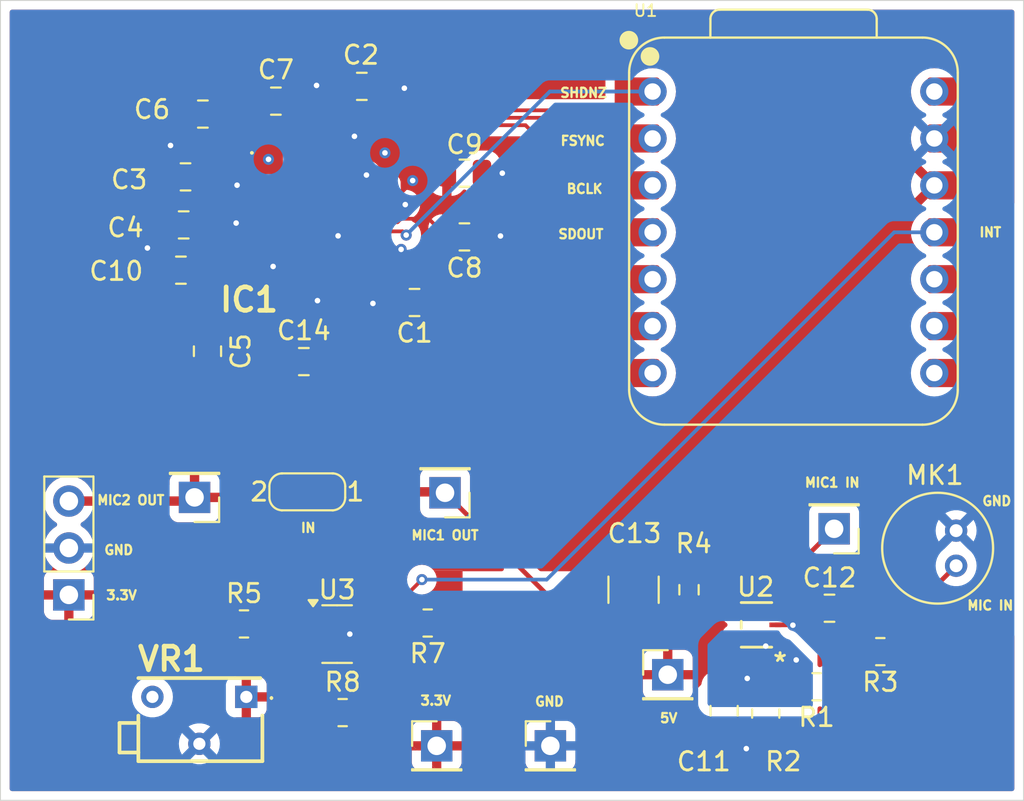
<source format=kicad_pcb>
(kicad_pcb (version 20240108) (generator "pcbnew") (generator_version "8.0")
  (layers (0 "F.Cu" signal) (31 "B.Cu" signal) (34 "B.Paste" user) (35 "F.Paste" user) (36 "B.SilkS" user "B.Silkscreen") (37 "F.SilkS" user "F.Silkscreen") (38 "B.Mask" user) (39 "F.Mask" user) (44 "Edge.Cuts" user))
  (net 0 "")
  (net 1 "GND")
  (net 2 "/AREG")
  (net 3 "Net-(IC1-IN1P)")
  (net 4 "MIC1_OUT")
  (net 5 "/DREG")
  (net 6 "Net-(IC1-VREF)")
  (net 7 "MIC_IN")
  (net 8 "Net-(IC1-IN2P)")
  (net 9 "MIC2_OUT")
  (net 11 "SDOUT")
  (net 12 "MICBIAS")
  (net 13 "FSYNC")
  (net 14 "SHDNZ")
  (net 16 "BCLK")
  (net 19 "+3.3V")
  (net 20 "+5V")
  (net 21 "INT")
  (net 29 "IN")
  (net 31 "/MIC")
  (net 32 "VA")
  (net 33 "/IN+")
  (footprint "Capacitor_SMD:C_0805_2012Metric_Pad1.18x1.45mm_HandSolder" (layer "F.Cu") (at 109.35 79.25 180)
    (property "Reference" "C2" (at 0.05 1.7 0) (layer "F.SilkS"))
    (property "Value" "1uF" (hide yes))
    (pad "1" smd roundrect (at -1.0375 0 180) (size 1.175 1.45) (layers "F.Cu" "F.Paste" "F.Mask") (roundrect_rratio 0.212766) (net 1 "GND"))
    (pad "2" smd roundrect (at 1.0375 0 180) (size 1.175 1.45) (layers "F.Cu" "F.Paste" "F.Mask") (roundrect_rratio 0.212766) (net 19 "+3.3V"))
  )
  (footprint "Capacitor_SMD:C_0805_2012Metric" (layer "F.Cu") (at 112.2 90.95)
    (property "Reference" "C1" (at 0 1.65 0) (layer "F.SilkS"))
    (property "Value" "0.1uF" (hide yes))
    (pad "1" smd roundrect (at -0.95 0) (size 1 1.45) (layers "F.Cu" "F.Paste" "F.Mask") (net 1 "GND"))
    (pad "2" smd roundrect (at 0.95 0) (size 1 1.45) (layers "F.Cu" "F.Paste" "F.Mask") (net 19 "+3.3V"))
  )
  (footprint "Capacitor_SMD:C_0805_2012Metric_Pad1.18x1.45mm_HandSolder" (layer "F.Cu") (at 128.95 113.05 90)
    (property "Reference" "C11" (at -2.75 -1.1 0) (layer "F.SilkS"))
    (property "Value" "3.3u" (hide yes))
    (pad "1" smd roundrect (at -1.0375 0 90) (size 1.175 1.45) (layers "F.Cu" "F.Paste" "F.Mask") (roundrect_rratio 0.212766) (net 1 "GND"))
    (pad "2" smd roundrect (at 1.0375 0 90) (size 1.175 1.45) (layers "F.Cu" "F.Paste" "F.Mask") (roundrect_rratio 0.212766) (net 33 "/IN+"))
  )
  (footprint "footprints:PCM1841QRGERQ1" (layer "F.Cu") (at 106.95 86.35)
    (property "Reference" "IC1" (at -3.7 4.45 0) (layer "F.SilkS") (effects (font (size 1.27 1.27) (thickness 0.254))))
    (property "Value" "PCM1841QRGERQ1" (hide yes))
    (pad "1" smd rect (at -2.8 -1.25 90) (size 0.24 2.4) (layers "F.Cu" "F.Paste" "F.Mask") (net 19 "+3.3V"))
    (pad "2" smd rect (at -2.8 -0.75 90) (size 0.24 2.4) (layers "F.Cu" "F.Paste" "F.Mask") (net 2 "/AREG"))
    (pad "3" smd rect (at -2.8 -0.25 90) (size 0.24 2.4) (layers "F.Cu" "F.Paste" "F.Mask") (net 6 "Net-(IC1-VREF)"))
    (pad "4" smd rect (at -2.8 0.25 90) (size 0.24 2.4) (layers "F.Cu" "F.Paste" "F.Mask") (net 1 "GND"))
    (pad "5" smd rect (at -2.8 0.75 90) (size 0.24 2.4) (layers "F.Cu" "F.Paste" "F.Mask") (net 12 "MICBIAS"))
    (pad "6" smd rect (at -2.8 1.25 90) (size 0.24 2.4) (layers "F.Cu" "F.Paste" "F.Mask") (net 3 "Net-(IC1-IN1P)"))
    (pad "7" smd rect (at -1.25 2.8) (size 0.24 2.4) (layers "F.Cu" "F.Paste" "F.Mask") (net 1 "GND"))
    (pad "8" smd rect (at -0.75 2.8) (size 0.24 2.4) (layers "F.Cu" "F.Paste" "F.Mask") (net 8 "Net-(IC1-IN2P)"))
    (pad "9" smd rect (at -0.25 2.8) (size 0.24 2.4) (layers "F.Cu" "F.Paste" "F.Mask") (net 1 "GND"))
    (pad "10" smd rect (at 0.25 2.8) (size 0.24 2.4) (layers "F.Cu" "F.Paste" "F.Mask"))
    (pad "11" smd rect (at 0.75 2.8) (size 0.24 2.4) (layers "F.Cu" "F.Paste" "F.Mask"))
    (pad "12" smd rect (at 1.25 2.8) (size 0.24 2.4) (layers "F.Cu" "F.Paste" "F.Mask"))
    (pad "13" smd rect (at 2.8 1.25 90) (size 0.24 2.4) (layers "F.Cu" "F.Paste" "F.Mask"))
    (pad "14" smd rect (at 2.8 0.75 90) (size 0.24 2.4) (layers "F.Cu" "F.Paste" "F.Mask") (net 14 "SHDNZ"))
    (pad "15" smd rect (at 2.8 0.25 90) (size 0.24 2.4) (layers "F.Cu" "F.Paste" "F.Mask") (net 19 "+3.3V"))
    (pad "16" smd rect (at 2.8 -0.25 90) (size 0.24 2.4) (layers "F.Cu" "F.Paste" "F.Mask") (net 19 "+3.3V"))
    (pad "17" smd rect (at 2.8 -0.75 90) (size 0.24 2.4) (layers "F.Cu" "F.Paste" "F.Mask") (net 1 "GND"))
    (pad "18" smd rect (at 2.8 -1.25 90) (size 0.24 2.4) (layers "F.Cu" "F.Paste" "F.Mask") (net 19 "+3.3V"))
    (pad "19" smd rect (at 1.25 -2.8) (size 0.24 2.4) (layers "F.Cu" "F.Paste" "F.Mask") (net 19 "+3.3V"))
    (pad "20" smd rect (at 0.75 -2.8) (size 0.24 2.4) (layers "F.Cu" "F.Paste" "F.Mask") (net 1 "GND"))
    (pad "21" smd rect (at 0.25 -2.8) (size 0.24 2.4) (layers "F.Cu" "F.Paste" "F.Mask") (net 11 "SDOUT"))
    (pad "22" smd rect (at -0.25 -2.8) (size 0.24 2.4) (layers "F.Cu" "F.Paste" "F.Mask") (net 16 "BCLK"))
    (pad "23" smd rect (at -0.75 -2.8) (size 0.24 2.4) (layers "F.Cu" "F.Paste" "F.Mask") (net 13 "FSYNC"))
    (pad "24" smd rect (at -1.25 -2.8) (size 0.24 2.4) (layers "F.Cu" "F.Paste" "F.Mask") (net 5 "/DREG"))
    (pad "25" smd rect (at 0 0) (size 1.68 1.68) (layers "F.Cu" "F.Paste" "F.Mask") (net 1 "GND"))
    (pad "A1" smd rect (at -2.8 -1.725) (size 2.4 0.25) (layers "F.Cu" "F.Paste" "F.Mask") (net 1 "GND"))
    (pad "A2" smd rect (at -2.8 1.725) (size 2.4 0.25) (layers "F.Cu" "F.Paste" "F.Mask") (net 1 "GND"))
    (pad "A3" smd rect (at 2.8 1.725) (size 2.4 0.25) (layers "F.Cu" "F.Paste" "F.Mask") (net 1 "GND"))
    (pad "A4" smd rect (at 2.8 -1.725) (size 2.4 0.25) (layers "F.Cu" "F.Paste" "F.Mask") (net 1 "GND"))
  )
  (footprint "Connector_PinHeader_2.54mm:PinHeader_1x03_P2.54mm_Vertical" (layer "F.Cu") (at 93.5 106.78 180)
    (property "Reference" "J6" (hide yes))
    (property "Value" "Conn_01x03_Pin" (hide yes))
    (pad "1" thru_hole rect (at 0 0 180) (size 1.7 1.7) (drill 1) (layers "*.Cu" "*.Mask") (net 19 "+3.3V"))
    (pad "2" thru_hole oval (at 0 2.54 180) (size 1.7 1.7) (drill 1) (layers "*.Cu" "*.Mask") (net 1 "GND"))
    (pad "3" thru_hole oval (at 0 5.08 180) (size 1.7 1.7) (drill 1) (layers "*.Cu" "*.Mask") (net 9 "MIC2_OUT"))
  )
  (footprint "Capacitor_SMD:C_0805_2012Metric_Pad1.18x1.45mm_HandSolder" (layer "F.Cu") (at 134.65 107.5 180)
    (property "Reference" "C12" (at 0 1.65 0) (layer "F.SilkS"))
    (property "Value" "4.7u" (hide yes))
    (pad "1" smd roundrect (at -1.0375 0 180) (size 1.175 1.45) (layers "F.Cu" "F.Paste" "F.Mask") (roundrect_rratio 0.212766) (net 31 "/MIC"))
    (pad "2" smd roundrect (at 1.0375 0 180) (size 1.175 1.45) (layers "F.Cu" "F.Paste" "F.Mask") (roundrect_rratio 0.212766) (net 7 "MIC_IN"))
  )
  (footprint "Resistor_SMD:R_0805_2012Metric" (layer "F.Cu") (at 108.3125 113.15)
    (property "Reference" "R8" (at 0 -1.65 0) (layer "F.SilkS"))
    (property "Value" "100K" (hide yes))
    (pad "1" smd roundrect (at -0.9125 0) (size 1.025 1.4) (layers "F.Cu" "F.Paste" "F.Mask") (roundrect_rratio 0.243902) (net 32 "VA"))
    (pad "2" smd roundrect (at 0.9125 0) (size 1.025 1.4) (layers "F.Cu" "F.Paste" "F.Mask") (roundrect_rratio 0.243902) (net 21 "INT"))
  )
  (footprint "Resistor_SMD:R_0805_2012Metric" (layer "F.Cu") (at 137.4 109.85 180)
    (property "Reference" "R3" (at 0 -1.65 0) (layer "F.SilkS"))
    (property "Value" "5.9K" (hide yes))
    (pad "1" smd roundrect (at -0.9125 0 180) (size 1.025 1.4) (layers "F.Cu" "F.Paste" "F.Mask") (roundrect_rratio 0.243902) (net 19 "+3.3V"))
    (pad "2" smd roundrect (at 0.9125 0 180) (size 1.025 1.4) (layers "F.Cu" "F.Paste" "F.Mask") (roundrect_rratio 0.243902) (net 31 "/MIC"))
  )
  (footprint "footprints:CUI_CMC-5042PF-AC" (layer "F.Cu") (at 140.5 104.25)
    (property "Reference" "MK1" (at -0.15 -3.95 0) (layer "F.SilkS") (effects (font (size 1.000693 1.000693))))
    (property "Value" "Microphone" (hide yes))
    (pad "GND" thru_hole circle (at 1 -0.95) (size 1.208 1.208) (drill 0.7) (layers "*.Cu" "*.Mask" "Eco1.User") (net 1 "GND"))
    (pad "MIC" thru_hole circle (at 1 0.95) (size 1.208 1.208) (drill 0.7) (layers "*.Cu" "*.Mask") (net 31 "/MIC"))
  )
  (footprint "footprints:DCK5_TEX-L" (layer "F.Cu") (at 130.7 108.4 180)
    (property "Reference" "U2" (at 0.05 2.05 0) (layer "F.SilkS"))
    (property "Value" "TLV6741DCKR" (hide yes))
    (fp_text user "*" (at -1.27635 -2.047 0) (layer "F.SilkS"))
    (pad "1" smd rect (at -1.02235 -0.649999 180) (size 0.6477 0.254) (layers "F.Cu" "F.Paste" "F.Mask") (net 33 "/IN+"))
    (pad "2" smd rect (at -1.02235 0 180) (size 0.6477 0.254) (layers "F.Cu" "F.Paste" "F.Mask") (net 1 "GND"))
    (pad "3" smd rect (at -1.02235 0.649999 180) (size 0.6477 0.254) (layers "F.Cu" "F.Paste" "F.Mask") (net 7 "MIC_IN"))
    (pad "4" smd rect (at 1.02235 0.649999 180) (size 0.6477 0.254) (layers "F.Cu" "F.Paste" "F.Mask") (net 4 "MIC1_OUT"))
    (pad "5" smd rect (at 1.02235 -0.649999 180) (size 0.6477 0.254) (layers "F.Cu" "F.Paste" "F.Mask") (net 20 "+5V"))
  )
  (footprint "Jumper:SolderJumper-3_P1.3mm_Open_RoundedPad1.0x1.5mm_NumberLabels" (layer "F.Cu") (at 106.4 101.2 180)
    (property "Reference" "JP2" (hide yes))
    (property "Value" "SolderJumper_3_Open" (hide yes))
    (fp_text user "2" (at 2.6 0 0) (layer "F.SilkS"))
    (fp_text user "1" (at -2.6 0 0) (layer "F.SilkS"))
    (pad "1" smd custom (at -1.3 0 180) (size 1 0.5) (layers "F.Cu" "F.Mask") (net 4 "MIC1_OUT") (options (clearance outline) (anchor rect)) (primitives (gr_circle (center 0 0.25) (end 0.5 0.25) (width 0) (fill yes)) (gr_circle (center 0 -0.25) (end 0.5 -0.25) (width 0) (fill yes)) (gr_poly (pts (xy 0.55 0.75) (xy 0 0.75) (xy 0 -0.75) (xy 0.55 -0.75)) (width 0) (fill yes))))
    (pad "2" smd rect (at 0 0 180) (size 1 1.5) (layers "F.Cu" "F.Mask") (net 29 "IN"))
    (pad "3" smd custom (at 1.3 0 180) (size 1 0.5) (layers "F.Cu" "F.Mask") (net 9 "MIC2_OUT") (options (clearance outline) (anchor rect)) (primitives (gr_circle (center 0 0.25) (end 0.5 0.25) (width 0) (fill yes)) (gr_circle (center 0 -0.25) (end 0.5 -0.25) (width 0) (fill yes)) (gr_poly (pts (xy 0 0.75) (xy -0.55 0.75) (xy -0.55 -0.75) (xy 0 -0.75)) (width 0) (fill yes))))
  )
  (footprint "Resistor_SMD:R_0603_1608Metric_Pad0.98x0.95mm_HandSolder" (layer "F.Cu") (at 127.05 106.5 -90)
    (property "Reference" "R4" (at -2.5 -0.25 0) (layer "F.SilkS"))
    (property "Value" "67.8K" (hide yes))
    (pad "1" smd roundrect (at -0.9125 0 270) (size 0.975 0.95) (layers "F.Cu" "F.Paste" "F.Mask") (net 7 "MIC_IN"))
    (pad "2" smd roundrect (at 0.9125 0 270) (size 0.975 0.95) (layers "F.Cu" "F.Paste" "F.Mask") (net 4 "MIC1_OUT"))
  )
  (footprint "Capacitor_SMD:C_0805_2012Metric_Pad1.18x1.45mm_HandSolder" (layer "F.Cu") (at 99.5625 89.2)
    (property "Reference" "C10" (at -3.5 0.05 0) (layer "F.SilkS"))
    (property "Value" "1uF")
    (pad "1" smd roundrect (at -1.0375 0) (size 1.175 1.45) (layers "F.Cu" "F.Paste" "F.Mask") (roundrect_rratio 0.212766) (net 1 "GND"))
    (pad "2" smd roundrect (at 1.0375 0) (size 1.175 1.45) (layers "F.Cu" "F.Paste" "F.Mask") (roundrect_rratio 0.212766) (net 6 "Net-(IC1-VREF)"))
  )
  (footprint "Connector_PinHeader_2.54mm:PinHeader_1x01_P2.54mm_Vertical" (layer "F.Cu") (at 125.9 111.1)
    (property "Reference" "J5" (hide yes))
    (property "Value" "Conn_01x01_Pin" (hide yes))
    (pad "1" thru_hole rect (at 0 0) (size 1.7 1.7) (drill 1) (layers "*.Cu" "*.Mask") (net 20 "+5V"))
  )
  (footprint "Capacitor_SMD:C_0805_2012Metric_Pad1.18x1.45mm_HandSolder" (layer "F.Cu") (at 106.2125 94.15)
    (property "Reference" "C14" (at 0 -1.68 0) (layer "F.SilkS"))
    (property "Value" "1uF" (hide yes))
    (pad "1" smd roundrect (at -1.0375 0) (size 1.175 1.45) (layers "F.Cu" "F.Paste" "F.Mask") (roundrect_rratio 0.212766) (net 4 "MIC1_OUT"))
    (pad "2" smd roundrect (at 1.0375 0) (size 1.175 1.45) (layers "F.Cu" "F.Paste" "F.Mask") (roundrect_rratio 0.212766) (net 8 "Net-(IC1-IN2P)"))
  )
  (footprint "Capacitor_SMD:C_0805_2012Metric" (layer "F.Cu") (at 104.7 80.05 180)
    (property "Reference" "C7" (at 0 1.7 0) (layer "F.SilkS"))
    (property "Value" "10uF" (hide yes))
    (pad "1" smd roundrect (at -0.95 0 180) (size 1 1.45) (layers "F.Cu" "F.Paste" "F.Mask") (net 1 "GND"))
    (pad "2" smd roundrect (at 0.95 0 180) (size 1 1.45) (layers "F.Cu" "F.Paste" "F.Mask") (net 5 "/DREG"))
  )
  (footprint "Connector_PinHeader_2.54mm:PinHeader_1x01_P2.54mm_Vertical" (layer "F.Cu") (at 134.9 103.2 180)
    (property "Reference" "J2" (hide yes))
    (property "Value" "Conn_01x01_Pin" (hide yes))
    (pad "1" thru_hole rect (at 0 0 180) (size 1.7 1.7) (drill 1) (layers "*.Cu" "*.Mask") (net 7 "MIC_IN"))
  )
  (footprint "footprints:3266X1104LF" (layer "F.Cu") (at 103.1 112.3 180)
    (property "Reference" "VR1" (at 4.05 2.05 0) (layer "F.SilkS") (effects (font (size 1.27 1.27) (thickness 0.254))))
    (property "Value" "3266X-1-104LF" (hide yes))
    (pad "1" thru_hole rect (at 0 0 180) (size 1.21 1.21) (drill 0.66) (layers "*.Cu" "*.Mask") (net 32 "VA"))
    (pad "2" thru_hole circle (at 2.54 -2.54 180) (size 1.21 1.21) (drill 0.66) (layers "*.Cu" "*.Mask") (net 1 "GND"))
    (pad "3" thru_hole circle (at 5.08 0 180) (size 1.21 1.21) (drill 0.66) (layers "*.Cu" "*.Mask"))
  )
  (footprint "Resistor_SMD:R_0805_2012Metric" (layer "F.Cu") (at 133.95 111.75 180)
    (property "Reference" "R1" (at 0 -1.65 0) (layer "F.SilkS"))
    (property "Value" "100K" (hide yes))
    (pad "1" smd roundrect (at -0.9125 0 180) (size 1.025 1.4) (layers "F.Cu" "F.Paste" "F.Mask") (roundrect_rratio 0.243902) (net 19 "+3.3V"))
    (pad "2" smd roundrect (at 0.9125 0 180) (size 1.025 1.4) (layers "F.Cu" "F.Paste" "F.Mask") (roundrect_rratio 0.243902) (net 33 "/IN+"))
  )
  (footprint "Capacitor_SMD:C_1210_3225Metric" (layer "F.Cu") (at 124.05 106.5 90)
    (property "Reference" "C13" (at 3.05 0.05 180) (layer "F.SilkS"))
    (property "Value" "17.6u" (hide yes))
    (pad "1" smd roundrect (at -1.475 0 90) (size 1.15 2.7) (layers "F.Cu" "F.Paste" "F.Mask") (roundrect_rratio 0.217391) (net 4 "MIC1_OUT"))
    (pad "2" smd roundrect (at 1.475 0 90) (size 1.15 2.7) (layers "F.Cu" "F.Paste" "F.Mask") (roundrect_rratio 0.217391) (net 7 "MIC_IN"))
  )
  (footprint "Connector_PinHeader_2.54mm:PinHeader_1x01_P2.54mm_Vertical" (layer "F.Cu") (at 100.3 101.5 180)
    (property "Reference" "J7" (hide yes))
    (property "Value" "Conn_01x01_Pin" (hide yes))
    (pad "1" thru_hole rect (at 0 0 180) (size 1.7 1.7) (drill 1) (layers "*.Cu" "*.Mask") (net 9 "MIC2_OUT"))
  )
  (footprint "Capacitor_SMD:C_0805_2012Metric_Pad1.18x1.45mm_HandSolder" (layer "F.Cu") (at 101 93.5875 90)
    (property "Reference" "C5" (at -0.0125 1.8 90) (layer "F.SilkS"))
    (property "Value" "1uF" (hide yes))
    (pad "1" smd roundrect (at -1.0375 0 90) (size 1.175 1.45) (layers "F.Cu" "F.Paste" "F.Mask") (roundrect_rratio 0.212766) (net 9 "MIC2_OUT"))
    (pad "2" smd roundrect (at 1.0375 0 90) (size 1.175 1.45) (layers "F.Cu" "F.Paste" "F.Mask") (roundrect_rratio 0.212766) (net 3 "Net-(IC1-IN1P)"))
  )
  (footprint "Resistor_SMD:R_0805_2012Metric" (layer "F.Cu") (at 131.2 113.2 -90)
    (property "Reference" "R2" (at 2.6 -0.95 0) (layer "F.SilkS"))
    (property "Value" "100K" (hide yes))
    (pad "1" smd roundrect (at -0.9125 0 270) (size 1.025 1.4) (layers "F.Cu" "F.Paste" "F.Mask") (roundrect_rratio 0.243902) (net 33 "/IN+"))
    (pad "2" smd roundrect (at 0.9125 0 270) (size 1.025 1.4) (layers "F.Cu" "F.Paste" "F.Mask") (roundrect_rratio 0.243902) (net 1 "GND"))
  )
  (footprint "Resistor_SMD:R_0805_2012Metric" (layer "F.Cu") (at 102.975 108.35)
    (property "Reference" "R5" (at 0 -1.65 0) (layer "F.SilkS"))
    (property "Value" "100K" (hide yes))
    (pad "1" smd roundrect (at -0.9125 0) (size 1.025 1.4) (layers "F.Cu" "F.Paste" "F.Mask") (roundrect_rratio 0.243902) (net 19 "+3.3V"))
    (pad "2" smd roundrect (at 0.9125 0) (size 1.025 1.4) (layers "F.Cu" "F.Paste" "F.Mask") (roundrect_rratio 0.243902) (net 32 "VA"))
  )
  (footprint "Connector_PinHeader_2.54mm:PinHeader_1x01_P2.54mm_Vertical" (layer "F.Cu") (at 119.55 114.95)
    (property "Reference" "J4" (hide yes))
    (property "Value" "Conn_01x01_Pin" (hide yes))
    (pad "1" thru_hole rect (at 0 0) (size 1.7 1.7) (drill 1) (layers "*.Cu" "*.Mask") (net 1 "GND"))
  )
  (footprint "Connector_PinHeader_2.54mm:PinHeader_1x01_P2.54mm_Vertical" (layer "F.Cu") (at 113.4 114.95)
    (property "Reference" "J3" (hide yes))
    (property "Value" "Conn_01x01_Pin" (hide yes))
    (pad "1" thru_hole rect (at 0 0) (size 1.7 1.7) (drill 1) (layers "*.Cu" "*.Mask") (net 19 "+3.3V"))
  )
  (footprint "Capacitor_SMD:C_0805_2012Metric" (layer "F.Cu") (at 114.9 83.95 180)
    (property "Reference" "C9" (at 0 1.55 0) (layer "F.SilkS"))
    (property "Value" "0.1uF" (hide yes))
    (pad "1" smd roundrect (at -0.95 0 180) (size 1 1.45) (layers "F.Cu" "F.Paste" "F.Mask") (net 1 "GND"))
    (pad "2" smd roundrect (at 0.95 0 180) (size 1 1.45) (layers "F.Cu" "F.Paste" "F.Mask") (net 19 "+3.3V"))
  )
  (footprint "Connector_PinHeader_2.54mm:PinHeader_1x01_P2.54mm_Vertical" (layer "F.Cu") (at 113.85 101.25 180)
    (property "Reference" "J1" (hide yes))
    (property "Value" "Conn_01x01_Pin" (hide yes))
    (pad "1" thru_hole rect (at 0 0 180) (size 1.7 1.7) (drill 1) (layers "*.Cu" "*.Mask") (net 4 "MIC1_OUT"))
  )
  (footprint "Package_TO_SOT_SMD:SOT-23-5" (layer "F.Cu") (at 108.0125 108.9)
    (property "Reference" "U3" (at 0 -2.4 0) (layer "F.SilkS"))
    (property "Value" "TL331KDBVR" (hide yes))
    (pad "1" smd roundrect (at -1.1375 -0.95) (size 1.325 0.6) (layers "F.Cu" "F.Paste" "F.Mask") (net 29 "IN"))
    (pad "2" smd roundrect (at -1.1375 0) (size 1.325 0.6) (layers "F.Cu" "F.Paste" "F.Mask") (net 1 "GND"))
    (pad "3" smd roundrect (at -1.1375 0.95) (size 1.325 0.6) (layers "F.Cu" "F.Paste" "F.Mask") (net 32 "VA"))
    (pad "4" smd roundrect (at 1.1375 0.95) (size 1.325 0.6) (layers "F.Cu" "F.Paste" "F.Mask") (net 21 "INT"))
    (pad "5" smd roundrect (at 1.1375 -0.95) (size 1.325 0.6) (layers "F.Cu" "F.Paste" "F.Mask") (net 19 "+3.3V"))
  )
  (footprint "Capacitor_SMD:C_0805_2012Metric" (layer "F.Cu") (at 114.9 87.4 180)
    (property "Reference" "C8" (at 0 -1.68 0) (layer "F.SilkS"))
    (property "Value" "10uF" (hide yes))
    (pad "1" smd roundrect (at -0.95 0 180) (size 1 1.45) (layers "F.Cu" "F.Paste" "F.Mask") (net 1 "GND"))
    (pad "2" smd roundrect (at 0.95 0 180) (size 1 1.45) (layers "F.Cu" "F.Paste" "F.Mask") (net 19 "+3.3V"))
  )
  (footprint "Capacitor_SMD:C_0805_2012Metric" (layer "F.Cu") (at 100.75 80.75 180)
    (property "Reference" "C6" (at 2.75 0.25 0) (layer "F.SilkS"))
    (property "Value" "0.1uF")
    (pad "1" smd roundrect (at -0.95 0 180) (size 1 1.45) (layers "F.Cu" "F.Paste" "F.Mask") (net 5 "/DREG"))
    (pad "2" smd roundrect (at 0.95 0 180) (size 1 1.45) (layers "F.Cu" "F.Paste" "F.Mask") (net 1 "GND"))
  )
  (footprint "Capacitor_SMD:C_0805_2012Metric" (layer "F.Cu") (at 99.8125 84.15 180)
    (property "Reference" "C3" (at 3.05 -0.15 0) (layer "F.SilkS"))
    (property "Value" "0.1uF" (hide yes))
    (pad "1" smd roundrect (at -0.95 0 180) (size 1 1.45) (layers "F.Cu" "F.Paste" "F.Mask") (net 2 "/AREG"))
    (pad "2" smd roundrect (at 0.95 0 180) (size 1 1.45) (layers "F.Cu" "F.Paste" "F.Mask") (net 1 "GND"))
  )
  (footprint "footprints:XIAO-ESP32S3-DIP" (layer "F.Cu") (at 132.7 87.15)
    (property "Reference" "U1" (at -8 -12 0) (layer "F.SilkS") (effects (font (size 0.635 0.635) (thickness 0.1016))))
    (property "Value" "MOUDLE-SEEEDUINO-XIAO-ESP32S3")
    (pad "1" smd roundrect (at -8.455 -7.62 180) (size 2.432 1.524) (layers "F.Cu" "F.Mask") (roundrect_rratio 0.1) (net 14 "SHDNZ"))
    (pad "1" thru_hole circle (at -7.62 -7.62 180) (size 1.524 1.524) (drill 0.889) (layers "*.Cu" "*.Mask") (net 14 "SHDNZ"))
    (pad "2" smd roundrect (at -8.455 -5.08 180) (size 2.432 1.524) (layers "F.Cu" "F.Mask") (roundrect_rratio 0.1) (net 13 "FSYNC"))
    (pad "2" thru_hole circle (at -7.62 -5.08 180) (size 1.524 1.524) (drill 0.889) (layers "*.Cu" "*.Mask") (net 13 "FSYNC"))
    (pad "3" smd roundrect (at -8.455 -2.54 180) (size 2.432 1.524) (layers "F.Cu" "F.Mask") (roundrect_rratio 0.1) (net 16 "BCLK"))
    (pad "3" thru_hole circle (at -7.62 -2.54 180) (size 1.524 1.524) (drill 0.889) (layers "*.Cu" "*.Mask") (net 16 "BCLK"))
    (pad "4" smd roundrect (at -8.455 0 180) (size 2.432 1.524) (layers "F.Cu" "F.Mask") (roundrect_rratio 0.1) (net 11 "SDOUT"))
    (pad "4" thru_hole circle (at -7.62 0 180) (size 1.524 1.524) (drill 0.889) (layers "*.Cu" "*.Mask") (net 11 "SDOUT"))
    (pad "5" smd roundrect (at -8.455 2.54 180) (size 2.432 1.524) (layers "F.Cu" "F.Mask") (roundrect_rratio 0.1))
    (pad "5" thru_hole circle (at -7.62 2.54 180) (size 1.524 1.524) (drill 0.889) (layers "*.Cu" "*.Mask"))
    (pad "6" smd roundrect (at -8.455 5.08 180) (size 2.432 1.524) (layers "F.Cu" "F.Mask") (roundrect_rratio 0.1))
    (pad "6" thru_hole circle (at -7.62 5.08 180) (size 1.524 1.524) (drill 0.889) (layers "*.Cu" "*.Mask"))
    (pad "7" smd roundrect (at -8.455 7.62 180) (size 2.432 1.524) (layers "F.Cu" "F.Mask") (roundrect_rratio 0.1))
    (pad "7" thru_hole circle (at -7.62 7.62 180) (size 1.524 1.524) (drill 0.889) (layers "*.Cu" "*.Mask"))
    (pad "8" thru_hole circle (at 7.62 7.62) (size 1.524 1.524) (drill 0.889) (layers "*.Cu" "*.Mask"))
    (pad "8" smd roundrect (at 8.455 7.62) (size 2.432 1.524) (layers "F.Cu" "F.Mask") (roundrect_rratio 0.1))
    (pad "9" thru_hole circle (at 7.62 5.08) (size 1.524 1.524) (drill 0.889) (layers "*.Cu" "*.Mask"))
    (pad "9" smd roundrect (at 8.455 5.08) (size 2.432 1.524) (layers "F.Cu" "F.Mask") (roundrect_rratio 0.1))
    (pad "10" thru_hole circle (at 7.62 2.54) (size 1.524 1.524) (drill 0.889) (layers "*.Cu" "*.Mask"))
    (pad "10" smd roundrect (at 8.455 2.54) (size 2.432 1.524) (layers "F.Cu" "F.Mask") (roundrect_rratio 0.1))
    (pad "11" thru_hole circle (at 7.62 0) (size 1.524 1.524) (drill 0.889) (layers "*.Cu" "*.Mask") (net 21 "INT"))
    (pad "11" smd roundrect (at 8.455 0) (size 2.432 1.524) (layers "F.Cu" "F.Mask") (roundrect_rratio 0.1) (net 21 "INT"))
    (pad "12" thru_hole circle (at 7.62 -2.54) (size 1.524 1.524) (drill 0.889) (layers "*.Cu" "*.Mask") (net 19 "+3.3V"))
    (pad "12" smd roundrect (at 8.455 -2.54) (size 2.432 1.524) (layers "F.Cu" "F.Mask") (roundrect_rratio 0.1) (net 19 "+3.3V"))
    (pad "13" thru_hole circle (at 7.62 -5.08) (size 1.524 1.524) (drill 0.889) (layers "*.Cu" "*.Mask") (net 1 "GND"))
    (pad "13" smd roundrect (at 8.455 -5.08) (size 2.432 1.524) (layers "F.Cu" "F.Mask") (roundrect_rratio 0.1) (net 1 "GND"))
    (pad "14" thru_hole circle (at 7.62 -7.62) (size 1.524 1.524) (drill 0.889) (layers "*.Cu" "*.Mask"))
    (pad "14" smd roundrect (at 8.455 -7.62) (size 2.432 1.524) (layers "F.Cu" "F.Mask") (roundrect_rratio 0.1))
  )
  (footprint "Capacitor_SMD:C_0805_2012Metric" (layer "F.Cu") (at 99.7125 86.75 180)
    (property "Reference" "C4" (at 3.15 -0.15 0) (layer "F.SilkS"))
    (property "Value" "10uF" (hide yes))
    (pad "1" smd roundrect (at -0.95 0 180) (size 1 1.45) (layers "F.Cu" "F.Paste" "F.Mask") (net 2 "/AREG"))
    (pad "2" smd roundrect (at 0.95 0 180) (size 1 1.45) (layers "F.Cu" "F.Paste" "F.Mask") (net 1 "GND"))
  )
  (footprint "Resistor_SMD:R_0805_2012Metric" (layer "F.Cu") (at 112.9125 108.3 180)
    (property "Reference" "R7" (at 0 -1.65 0) (layer "F.SilkS"))
    (property "Value" "10K")
    (pad "1" smd roundrect (at -0.9125 0 180) (size 1.025 1.4) (layers "F.Cu" "F.Paste" "F.Mask") (roundrect_rratio 0.243902) (net 19 "+3.3V"))
    (pad "2" smd roundrect (at 0.9125 0 180) (size 1.025 1.4) (layers "F.Cu" "F.Paste" "F.Mask") (roundrect_rratio 0.243902) (net 21 "INT"))
  )
  (gr_line (start 89.8 117.9) (end 89.8 74.6) (stroke (width 0.05)) (layer "Edge.Cuts"))
  (gr_line (start 145.15 74.6) (end 145.15 117.9) (stroke (width 0.05)) (layer "Edge.Cuts"))
  (gr_line (start 89.8 74.6) (end 145.15 74.6) (stroke (width 0.05)) (layer "Edge.Cuts"))
  (gr_line (start 145.15 117.9) (end 89.8 117.9) (stroke (width 0.05)) (layer "Edge.Cuts"))
  (gr_text "GND" (at 119.5 112.55 0) (layer "F.SilkS") (effects (font (size 0.5 0.5) (thickness 0.125))))
  (gr_text "MIC1 OUT" (at 113.85 103.55 0) (layer "F.SilkS") (effects (font (size 0.5 0.5) (thickness 0.125))))
  (gr_text "FSYNC" (at 121.3 82.2 0) (layer "F.SilkS") (effects (font (size 0.5 0.5) (thickness 0.125))))
  (gr_text "3.3V" (at 113.35 112.5 0) (layer "F.SilkS") (effects (font (size 0.5 0.5) (thickness 0.125))))
  (gr_text "GND" (at 143.7 101.7 0) (layer "F.SilkS") (effects (font (size 0.5 0.5) (thickness 0.125))))
  (gr_text "3.3V" (at 96.35 106.8 0) (layer "F.SilkS") (effects (font (size 0.5 0.5) (thickness 0.125))))
  (gr_text "BCLK\n" (at 121.4 84.8 0) (layer "F.SilkS") (effects (font (size 0.5 0.5) (thickness 0.125))))
  (gr_text "SDOUT" (at 121.2 87.25 0) (layer "F.SilkS") (effects (font (size 0.5 0.5) (thickness 0.125))))
  (gr_text "IN" (at 106.45 103.15 0) (layer "F.SilkS") (effects (font (size 0.5 0.5) (thickness 0.125))))
  (gr_text "SHDNZ" (at 121.35 79.6 0) (layer "F.SilkS") (effects (font (size 0.5 0.5) (thickness 0.125))))
  (gr_text "MIC2 OUT" (at 96.85 101.65 0) (layer "F.SilkS") (effects (font (size 0.5 0.5) (thickness 0.125))))
  (gr_text "MIC1 IN" (at 134.8 100.7 0) (layer "F.SilkS") (effects (font (size 0.5 0.5) (thickness 0.125))))
  (gr_text "5V" (at 125.95 113.45 0) (layer "F.SilkS") (effects (font (size 0.5 0.5) (thickness 0.125))))
  (gr_text "GND\n" (at 96.2 104.35 0) (layer "F.SilkS") (effects (font (size 0.5 0.5) (thickness 0.125))))
  (gr_text "MIC IN" (at 143.35 107.35 0) (layer "F.SilkS") (effects (font (size 0.5 0.5) (thickness 0.125))))
  (gr_text "INT" (at 143.35 87.15 0) (layer "F.SilkS") (effects (font (size 0.5 0.5) (thickness 0.125))))
  (segment (start 109.75 84.625) (end 109.75 84.2) (width 0.2032) (layer "F.Cu") (net 1))
  (segment (start 107.7 83.55) (end 107.7 82.076) (width 0.254) (layer "F.Cu") (net 1))
  (segment (start 104.15 88.6) (end 104.15 88.075) (width 0.2032) (layer "F.Cu") (net 1))
  (segment (start 109.95 91) (end 110 90.95) (width 0.508) (layer "F.Cu") (net 1))
  (segment (start 102.6 84.6) (end 104.125 84.6) (width 0.2032) (layer "F.Cu") (net 1))
  (segment (start 97.75 87.7625) (end 98.7625 86.75) (width 0.2032) (layer "F.Cu") (net 1))
  (segment (start 109.75 88.075) (end 111.475 88.075) (width 0.2032) (layer "F.Cu") (net 1))
  (segment (start 99 82.45) (end 99 81.55) (width 0.508) (layer "F.Cu") (net 1))
  (segment (start 98.8625 84.15) (end 98.8625 82.5875) (width 0.508) (layer "F.Cu") (net 1))
  (segment (start 98.7625 86.75) (end 98.7625 86.9875) (width 0.2) (layer "F.Cu") (net 1))
  (segment (start 104.15 84.625) (end 103.725 84.625) (width 0.2032) (layer "F.Cu") (net 1))
  (segment (start 132.650694 108.4) (end 131.72235 108.4) (width 0.254) (layer "F.Cu") (net 1))
  (segment (start 130.15 115.1) (end 130.2125 115.1) (width 0.508) (layer "F.Cu") (net 1))
  (segment (start 104.125 84.6) (end 104.15 84.625) (width 0.2032) (layer "F.Cu") (net 1))
  (segment (start 104.15 86.6) (end 102.6 86.6) (width 0.254) (layer "F.Cu") (net 1))
  (segment (start 107.7 82.076) (end 107.826 81.95) (width 0.254) (layer "F.Cu") (net 1))
  (segment (start 111.5 88.1) (end 111.475 88.075) (width 0.2032) (layer "F.Cu") (net 1))
  (segment (start 104.7 89.15) (end 104.55 89) (width 0.254) (layer "F.Cu") (net 1))
  (segment (start 104.55 89) (end 104.15 88.6) (width 0.2032) (layer "F.Cu") (net 1))
  (segment (start 128.95 114.0875) (end 129.1375 114.0875) (width 0.508) (layer "F.Cu") (net 1))
  (segment (start 115.85 87.4) (end 116.8 87.4) (width 0.508) (layer "F.Cu") (net 1))
  (segment (start 111.55 79.25) (end 111.65 79.35) (width 0.508) (layer "F.Cu") (net 1))
  (segment (start 106.875 108.9) (end 108.7 108.9) (width 0.508) (layer "F.Cu") (net 1))
  (segment (start 110 90.95) (end 111.25 90.95) (width 0.508) (layer "F.Cu") (net 1))
  (segment (start 110.3875 79.25) (end 111.55 79.25) (width 0.508) (layer "F.Cu") (net 1))
  (segment (start 99 81.55) (end 99.8 80.75) (width 0.508) (layer "F.Cu") (net 1))
  (segment (start 98.525 89.2) (end 98.525 88.775) (width 0.2032) (layer "F.Cu") (net 1))
  (segment (start 98.8625 82.5875) (end 99 82.45) (width 0.508) (layer "F.Cu") (net 1))
  (segment (start 109.75 84.2) (end 109.6 84.05) (width 0.2032) (layer "F.Cu") (net 1))
  (segment (start 97.75 88) (end 97.75 87.7625) (width 0.2032) (layer "F.Cu") (net 1))
  (segment (start 111.65 85.6) (end 111.7 85.65) (width 0.2032) (layer "F.Cu") (net 1))
  (segment (start 105.65 80.05) (end 106.5 79.2) (width 0.508) (layer "F.Cu") (net 1))
  (segment (start 105.7 89.15) (end 104.7 89.15) (width 0.254) (layer "F.Cu") (net 1))
  (segment (start 106.5 79.2) (end 106.9 79.2) (width 0.508) (layer "F.Cu") (net 1))
  (segment (start 106.7 89.15) (end 106.7 90.6) (width 0.254) (layer "F.Cu") (net 1))
  (segment (start 107.942351 87.342351) (end 106.95 86.35) (width 0.254) (layer "F.Cu") (net 1))
  (segment (start 115.85 83.95) (end 116.95 83.95) (width 0.508) (layer "F.Cu") (net 1))
  (segment (start 106.7 90.6) (end 106.95 90.85) (width 0.254) (layer "F.Cu") (net 1))
  (segment (start 108.065199 87.342351) (end 107.942351 87.342351) (width 0.254) (layer "F.Cu") (net 1))
  (segment (start 108.95 81.95) (end 108.95 81.9548) (width 0.254) (layer "F.Cu") (net 1))
  (segment (start 98.525 88.775) (end 97.75 88) (width 0.2032) (layer "F.Cu") (net 1))
  (segment (start 116.8 87.4) (end 116.85 87.35) (width 0.508) (layer "F.Cu") (net 1))
  (segment (start 129.1375 114.0875) (end 130.15 115.1) (width 0.508) (layer "F.Cu") (net 1))
  (segment (start 109.75 85.6) (end 111.65 85.6) (width 0.2032) (layer "F.Cu") (net 1))
  (segment (start 130.2125 115.1) (end 131.2 114.1125) (width 0.508) (layer "F.Cu") (net 1))
  (segment (start 132.669572 108.418878) (end 132.650694 108.4) (width 0.254) (layer "F.Cu") (net 1))
  (segment (start 107.826 81.95) (end 108.95 81.95) (width 0.254) (layer "F.Cu") (net 1))
  (segment (start 102.6 86.6) (end 102.55 86.65) (width 0.254) (layer "F.Cu") (net 1))
  (via (at 104.55 89) (size 0.6) (drill 0.3) (layers "F.Cu" "B.Cu") (net 1))
  (via (at 116.95 83.95) (size 0.6) (drill 0.3) (layers "F.Cu" "B.Cu") (net 1))
  (via (at 106.9 79.2) (size 0.6) (drill 0.3) (layers "F.Cu" "B.Cu") (net 1))
  (via (at 106.95 90.85) (size 0.6) (drill 0.3) (layers "F.Cu" "B.Cu") (net 1))
  (via (at 111.475 88.075) (size 0.6) (drill 0.3) (layers "F.Cu" "B.Cu") (net 1))
  (via (at 130.15 115.1) (size 0.6) (drill 0.3) (layers "F.Cu" "B.Cu") (net 1))
  (via (at 108.95 81.9548) (size 0.6) (drill 0.3) (layers "F.Cu" "B.Cu") (net 1))
  (via (at 108.7 108.9) (size 0.6) (drill 0.3) (layers "F.Cu" "B.Cu") (net 1))
  (via (at 109.95 91) (size 0.6) (drill 0.3) (layers "F.Cu" "B.Cu") (net 1))
  (via (at 111.7 85.65) (size 0.6) (drill 0.3) (layers "F.Cu" "B.Cu") (net 1))
  (via (at 99 82.45) (size 0.6) (drill 0.3) (layers "F.Cu" "B.Cu") (net 1))
  (via (at 108.065199 87.342351) (size 0.6) (drill 0.3) (layers "F.Cu" "B.Cu") (net 1))
  (via (at 132.669572 108.418878) (size 0.6) (drill 0.3) (layers "F.Cu" "B.Cu") (net 1))
  (via (at 111.65 79.35) (size 0.6) (drill 0.3) (layers "F.Cu" "B.Cu") (net 1))
  (via (at 97.75 88) (size 0.6) (drill 0.3) (layers "F.Cu" "B.Cu") (net 1))
  (via (at 102.6 84.6) (size 0.6) (drill 0.3) (layers "F.Cu" "B.Cu") (net 1))
  (via (at 109.6 84.05) (size 0.6) (drill 0.3) (layers "F.Cu" "B.Cu") (net 1))
  (via (at 116.85 87.35) (size 0.6) (drill 0.3) (layers "F.Cu" "B.Cu") (net 1))
  (via (at 102.55 86.65) (size 0.6) (drill 0.3) (layers "F.Cu" "B.Cu") (net 1))
  (segment (start 100.7625 84.15) (end 100.7625 84.9625) (width 0.762) (layer "F.Cu") (net 2))
  (segment (start 100.7625 84.9625) (end 101.4 85.6) (width 0.762) (layer "F.Cu") (net 2))
  (segment (start 100.6625 84.25) (end 100.7625 84.15) (width 0.762) (layer "F.Cu") (net 2))
  (segment (start 104.15 85.6) (end 101.4 85.6) (width 0.2032) (layer "F.Cu") (net 2))
  (segment (start 100.6625 86.75) (end 100.6625 84.25) (width 0.762) (layer "F.Cu") (net 2))
  (segment (start 101.3875 92.55) (end 102.6484 91.2891) (width 0.2032) (layer "F.Cu") (net 3))
  (segment (start 102.6484 87.8016) (end 102.85 87.6) (width 0.2032) (layer "F.Cu") (net 3))
  (segment (start 102.6484 91.2891) (end 102.6484 87.8016) (width 0.2032) (layer "F.Cu") (net 3))
  (segment (start 101 92.55) (end 101.3875 92.55) (width 0.2032) (layer "F.Cu") (net 3))
  (segment (start 102.85 87.6) (end 104.15 87.6) (width 0.2032) (layer "F.Cu") (net 3))
  (segment (start 127.05 107.4125) (end 129.340149 107.4125) (width 0.254) (layer "F.Cu") (net 4))
  (segment (start 127.05 107.4125) (end 124.6125 107.4125) (width 0.254) (layer "F.Cu") (net 4))
  (segment (start 107.7 101.2) (end 113.8 101.2) (width 0.508) (layer "F.Cu") (net 4))
  (segment (start 120.575 107.975) (end 113.85 101.25) (width 0.254) (layer "F.Cu") (net 4))
  (segment (start 124.6125 107.4125) (end 124.05 107.975) (width 0.254) (layer "F.Cu") (net 4))
  (segment (start 124.05 107.975) (end 120.575 107.975) (width 0.254) (layer "F.Cu") (net 4))
  (segment (start 105.1 94.225) (end 105.175 94.15) (width 0.508) (layer "F.Cu") (net 4))
  (segment (start 107.7 101.2) (end 107.7 96.675) (width 0.508) (layer "F.Cu") (net 4))
  (segment (start 113.8 101.2) (end 113.85 101.25) (width 0.508) (layer "F.Cu") (net 4))
  (segment (start 107.7 96.675) (end 105.175 94.15) (width 0.508) (layer "F.Cu") (net 4))
  (segment (start 129.340149 107.4125) (end 129.67765 107.750001) (width 0.254) (layer "F.Cu") (net 4))
  (segment (start 104.3 83.2) (end 104.65 83.55) (width 0.2032) (layer "F.Cu") (net 5))
  (segment (start 104.65 83.55) (end 105.7 83.55) (width 0.2032) (layer "F.Cu") (net 5))
  (via (at 104.3 83.2) (size 0.6) (drill 0.3) (layers "F.Cu" "B.Cu") (net 5))
  (segment (start 100.6 89.2) (end 101.5641 88.2359) (width 0.2032) (layer "F.Cu") (net 6))
  (segment (start 102.327609 86.0216) (end 104.0716 86.0216) (width 0.2032) (layer "F.Cu") (net 6))
  (segment (start 101.5641 88.2359) (end 101.5641 86.785109) (width 0.2032) (layer "F.Cu") (net 6))
  (segment (start 101.5641 86.785109) (end 102.327609 86.0216) (width 0.2032) (layer "F.Cu") (net 6))
  (segment (start 104.0716 86.0216) (end 104.15 86.1) (width 0.2032) (layer "F.Cu") (net 6))
  (segment (start 133.362499 107.750001) (end 133.6125 107.5) (width 0.254) (layer "F.Cu") (net 7))
  (segment (start 127.05 105.5875) (end 124.6125 105.5875) (width 0.254) (layer "F.Cu") (net 7))
  (segment (start 124.6125 105.5875) (end 124.05 105.025) (width 0.254) (layer "F.Cu") (net 7))
  (segment (start 131.72235 107.750001) (end 129.559849 105.5875) (width 0.254) (layer "F.Cu") (net 7))
  (segment (start 133.6125 104.4875) (end 134.9 103.2) (width 0.254) (layer "F.Cu") (net 7))
  (segment (start 129.559849 105.5875) (end 127.05 105.5875) (width 0.254) (layer "F.Cu") (net 7))
  (segment (start 133.6125 107.5) (end 133.6125 104.4875) (width 0.254) (layer "F.Cu") (net 7))
  (segment (start 131.72235 107.750001) (end 133.362499 107.750001) (width 0.254) (layer "F.Cu") (net 7))
  (segment (start 106.2 93.1) (end 106.2 89.15) (width 0.2032) (layer "F.Cu") (net 8))
  (segment (start 107.25 94.15) (end 106.2 93.1) (width 0.2032) (layer "F.Cu") (net 8))
  (segment (start 100.1 101.7) (end 100.3 101.5) (width 0.508) (layer "F.Cu") (net 9))
  (segment (start 100.3 101.5) (end 104.8 101.5) (width 0.508) (layer "F.Cu") (net 9))
  (segment (start 104.8 101.5) (end 105.1 101.2) (width 0.508) (layer "F.Cu") (net 9))
  (segment (start 93.5 101.7) (end 100.1 101.7) (width 0.508) (layer "F.Cu") (net 9))
  (segment (start 100.3 95.325) (end 101 94.625) (width 0.508) (layer "F.Cu") (net 9))
  (segment (start 100.3 101.5) (end 100.3 95.325) (width 0.508) (layer "F.Cu") (net 9))
  (segment (start 107.750212 81.3532) (end 107.2 81.903412) (width 0.2032) (layer "F.Cu") (net 11))
  (segment (start 124.00237 87.15) (end 118.20557 81.3532) (width 0.2032) (layer "F.Cu") (net 11))
  (segment (start 107.2 81.903412) (end 107.2 83.55) (width 0.2032) (layer "F.Cu") (net 11))
  (segment (start 118.20557 81.3532) (end 107.750212 81.3532) (width 0.2032) (layer "F.Cu") (net 11))
  (segment (start 125.08 87.15) (end 124.00237 87.15) (width 0.2032) (layer "F.Cu") (net 11))
  (segment (start 106.2 81.762992) (end 107.416192 80.5468) (width 0.2032) (layer "F.Cu") (net 13))
  (segment (start 124.00237 82.07) (end 125.08 82.07) (width 0.2032) (layer "F.Cu") (net 13))
  (segment (start 106.2 83.55) (end 106.2 81.762992) (width 0.2032) (layer "F.Cu") (net 13))
  (segment (start 122.7218 80.5468) (end 124.245 82.07) (width 0.2032) (layer "F.Cu") (net 13))
  (segment (start 124.245 82.07) (end 125.08 82.07) (width 0.2032) (layer "F.Cu") (net 13))
  (segment (start 107.416192 80.5468) (end 122.7218 80.5468) (width 0.2032) (layer "F.Cu") (net 13))
  (segment (start 111.55 87.1) (end 111.75 87.3) (width 0.2032) (layer "F.Cu") (net 14))
  (segment (start 109.75 87.1) (end 111.55 87.1) (width 0.2032) (layer "F.Cu") (net 14))
  (via (at 111.75 87.3) (size 0.6) (drill 0.3) (layers "F.Cu" "B.Cu") (net 14))
  (segment (start 111.75 87.3) (end 119.52 79.53) (width 0.2032) (layer "B.Cu") (net 14))
  (segment (start 119.52 79.53) (end 125.08 79.53) (width 0.2032) (layer "B.Cu") (net 14))
  (segment (start 106.7 83.55) (end 106.7 81.833202) (width 0.2032) (layer "F.Cu") (net 16))
  (segment (start 106.7 81.833202) (end 107.583202 80.95) (width 0.2032) (layer "F.Cu") (net 16))
  (segment (start 120.585 80.95) (end 124.245 84.61) (width 0.2032) (layer "F.Cu") (net 16))
  (segment (start 107.583202 80.95) (end 120.585 80.95) (width 0.2032) (layer "F.Cu") (net 16))
  (segment (start 124.245 84.61) (end 125.08 84.61) (width 0.2032) (layer "F.Cu") (net 16))
  (segment (start 111.152895 86.1) (end 109.75 86.1) (width 0.2032) (layer "F.Cu") (net 19))
  (segment (start 111.468745 86.41585) (end 111.284595 86.6) (width 0.2032) (layer "F.Cu") (net 19))
  (segment (start 112.96585 86.41585) (end 113.95 87.4) (width 0.2032) (layer "F.Cu") (net 19))
  (segment (start 108.2 83.55) (end 108.2 85.024) (width 0.254) (layer "F.Cu") (net 19))
  (segment (start 111.284595 86.6) (end 109.75 86.6) (width 0.2032) (layer "F.Cu") (net 19))
  (segment (start 108.9 82.85) (end 108.2 83.55) (width 0.254) (layer "F.Cu") (net 19))
  (segment (start 111.35 85.1) (end 109.75 85.1) (width 0.254) (layer "F.Cu") (net 19))
  (segment (start 111.468745 86.41585) (end 112.96585 86.41585) (width 0.2032) (layer "F.Cu") (net 19))
  (segment (start 112.1 84.35) (end 111.35 85.1) (width 0.254) (layer "F.Cu") (net 19))
  (segment (start 110.6 82.85) (end 108.9 82.85) (width 0.254) (layer "F.Cu") (net 19))
  (segment (start 108.124 85.1) (end 104.15 85.1) (width 0.254) (layer "F.Cu") (net 19))
  (segment (start 108.2 85.024) (end 108.124 85.1) (width 0.254) (layer "F.Cu") (net 19))
  (segment (start 111.468745 86.41585) (end 111.152895 86.1) (width 0.2032) (layer "F.Cu") (net 19))
  (via (at 110.6 82.85) (size 0.6) (drill 0.3) (layers "F.Cu" "B.Cu") (net 19))
  (via (at 112.1 84.35) (size 0.6) (drill 0.3) (layers "F.Cu" "B.Cu") (net 19))
  (segment (start 109.15 109.85) (end 110.45 109.85) (width 0.2) (layer "F.Cu") (net 21))
  (segment (start 109.225 113.15) (end 109.225 109.925) (width 0.2032) (layer "F.Cu") (net 21))
  (segment (start 112 108.3) (end 112 106.55) (width 0.2) (layer "F.Cu") (net 21))
  (segment (start 110.45 109.85) (end 112 108.3) (width 0.2) (layer "F.Cu") (net 21))
  (segment (start 109.225 109.925) (end 109.15 109.85) (width 0.2032) (layer "F.Cu") (net 21))
  (segment (start 112 106.55) (end 112.6 105.95) (width 0.2) (layer "F.Cu") (net 21))
  (via (at 112.6 105.95) (size 0.6) (drill 0.3) (layers "F.Cu" "B.Cu") (net 21))
  (segment (start 112.6 105.95) (end 119.35 105.95) (width 0.2) (layer "B.Cu") (net 21))
  (segment (start 138.15 87.15) (end 140.32 87.15) (width 0.2) (layer "B.Cu") (net 21))
  (segment (start 119.35 105.95) (end 138.15 87.15) (width 0.2) (layer "B.Cu") (net 21))
  (segment (start 106.4 107.475) (end 106.875 107.95) (width 0.508) (layer "F.Cu") (net 29))
  (segment (start 106.4 101.2) (end 106.4 107.475) (width 0.508) (layer "F.Cu") (net 29))
  (segment (start 136.4875 109.85) (end 136.4875 108.3) (width 0.254) (layer "F.Cu") (net 31))
  (segment (start 136.4875 108.3) (end 135.6875 107.5) (width 0.254) (layer "F.Cu") (net 31))
  (segment (start 141.5 105.2) (end 139.2 107.5) (width 0.254) (layer "F.Cu") (net 31))
  (segment (start 139.2 107.5) (end 135.6875 107.5) (width 0.254) (layer "F.Cu") (net 31))
  (segment (start 133.0375 110.4875) (end 132.85 110.3) (width 0.508) (layer "F.Cu") (net 33))
  (segment (start 131.2 112.2875) (end 131.1875 112.2875) (width 0.508) (layer "F.Cu") (net 33))
  (segment (start 130.925 112.0125) (end 131.2 112.2875) (width 0.508) (layer "F.Cu") (net 33))
  (segment (start 131.700001 109.049999) (end 131.2 109.55) (width 0.508) (layer "F.Cu") (net 33))
  (segment (start 128.95 112.0125) (end 129.4875 112.0125) (width 0.508) (layer "F.Cu") (net 33))
  (segment (start 129.4875 112.0125) (end 130.2 111.3) (width 0.508) (layer "F.Cu") (net 33))
  (segment (start 131.72235 109.049999) (end 131.700001 109.049999) (width 0.508) (layer "F.Cu") (net 33))
  (segment (start 133.0375 111.75) (end 133.0375 110.4875) (width 0.508) (layer "F.Cu") (net 33))
  (segment (start 131.1875 112.2875) (end 130.2 111.3) (width 0.508) (layer "F.Cu") (net 33))
  (via (at 132.85 110.3) (size 0.6) (drill 0.3) (layers "F.Cu" "B.Cu") (net 33))
  (via (at 131.2 109.55) (size 0.6) (drill 0.3) (layers "F.Cu" "B.Cu") (net 33))
  (via (at 130.2 111.3) (size 0.6) (drill 0.3) (layers "F.Cu" "B.Cu") (net 33))
  (zone (net 19) (net_name "+3.3V") (layer "F.Cu") (priority 4) (connect_pads (clearance 0.5)) (min_thickness 0.25) (fill yes (thermal_gap 0.5) (thermal_bridge_width 0.5) (island_removal_mode 2) (island_area_min 10))
    (polygon (pts (xy 134.3 108.9) (xy 145.15 108.9) (xy 145.15 117.9) (xy 134 117.9) (xy 134 109.2)))
  )
  (zone (net 5) (net_name "/DREG") (layer "F.Cu") (priority 11) (connect_pads (clearance 0.5)) (min_thickness 0.25) (fill yes (thermal_gap 0.5) (thermal_bridge_width 0.5))
    (polygon (pts (xy 100.9 79.1) (xy 104.75 79.1) (xy 105.95 80.3) (xy 105.95 84.95) (xy 104.35 84.95) (xy 100.9 81.5)))
  )
  (zone (net 19) (net_name "+3.3V") (layer "F.Cu") (priority 7) (connect_pads (clearance 0.5)) (min_thickness 0.25) (fill yes (thermal_gap 0.5) (thermal_bridge_width 0.5))
    (polygon (pts (xy 114.8 117.65) (xy 114.8 105.45) (xy 108.6 105.45) (xy 108.6 111.45)))
  )
  (zone (net 20) (net_name "+5V") (layer "F.Cu") (priority 2) (connect_pads (clearance 0.5)) (min_thickness 0.25) (fill yes (thermal_gap 0.5) (thermal_bridge_width 0.5) (island_removal_mode 2) (island_area_min 10))
    (polygon (pts (xy 130.7 108.15) (xy 126.2 108.15) (xy 125.4 108.95) (xy 125.4 109.2) (xy 125.35 109.25) (xy 124.6 109.25) (xy 124 109.85) (xy 124 112.5) (xy 124.05 112.55) (xy 126.8 112.55) (xy 128.6 110.75) (xy 129.3 110.75) (xy 130.7 109.35)))
  )
  (zone (net 32) (net_name "VA") (layer "F.Cu") (priority 1) (connect_pads (clearance 0.5)) (min_thickness 0.25) (fill yes (thermal_gap 0.5) (thermal_bridge_width 0.5))
    (polygon (pts (xy 102.45 114.5) (xy 108.25 114.5) (xy 108.3 114.45) (xy 108.3 110.15) (xy 105.55 107.4) (xy 102.45 107.4)))
  )
  (zone (net 19) (net_name "+3.3V") (layer "F.Cu") (priority 10) (connect_pads (clearance 0.5)) (min_thickness 0.25) (fill yes (thermal_gap 0.5) (thermal_bridge_width 0.5))
    (polygon (pts (xy 95.35 105.55) (xy 102.85 105.55) (xy 102.85 110.4) (xy 95.45 110.4) (xy 95.3 110.25) (xy 95.3 105.6)))
  )
  (zone (net 19) (net_name "+3.3V") (layer "F.Cu") (priority 8) (connect_pads (clearance 0.5)) (min_thickness 0.25) (fill yes (thermal_gap 0.5) (thermal_bridge_width 0.5))
    (polygon (pts (xy 89.8 105.5) (xy 95.3 105.5) (xy 95.35 105.55) (xy 95.35 117.95) (xy 89.9 117.95) (xy 89.8 117.85)))
  )
  (zone (net 19) (net_name "+3.3V") (layer "F.Cu") (priority 9) (connect_pads (clearance 0.5)) (min_thickness 0.25) (fill yes (thermal_gap 0.5) (thermal_bridge_width 0.5))
    (polygon (pts (xy 94.65 116.45) (xy 94.65 117.9) (xy 114.55 117.9) (xy 114.8 117.65) (xy 113.6 116.45)))
  )
  (zone (net 19) (net_name "+3.3V") (layer "F.Cu") (priority 5) (connect_pads (clearance 0.5)) (min_thickness 0.25) (fill yes (thermal_gap 0.5) (thermal_bridge_width 0.5) (island_removal_mode 2) (island_area_min 10))
    (polygon (pts (xy 119.15 115.6) (xy 124.25 115.6) (xy 134 115.6) (xy 134 117.9) (xy 111.084808 117.9) (xy 111.134808 112.4)))
  )
  (zone (net 19) (net_name "+3.3V") (layer "F.Cu") (priority 3) (connect_pads (clearance 0.5)) (min_thickness 0.25) (fill yes (thermal_gap 0.5) (thermal_bridge_width 0.5))
    (polygon (pts (xy 89.8 105.5) (xy 89.8 74.6) (xy 145.15 74.6) (xy 145.15 85.1) (xy 121.8 108.45) (xy 121.8 105.5)))
  )
  (zone (net 33) (net_name "/IN+") (layer "B.Cu") (priority 6) (connect_pads (clearance 0.5)) (min_thickness 0.25) (fill yes (thermal_gap 0.5) (thermal_bridge_width 0.5) (island_removal_mode 2) (island_area_min 10))
    (polygon (pts (xy 128.8 108.7) (xy 132 108.7) (xy 133.75 110.45) (xy 133.75 112.85) (xy 128.2 112.85) (xy 128.05 112.7) (xy 128.05 109.45)))
  )
  (zone (net 1) (net_name "GND") (layer "B.Cu") (connect_pads (clearance 0.5)) (min_thickness 0.25) (fill yes (thermal_gap 0.5) (thermal_bridge_width 0.5))
    (polygon (pts (xy 89.8 74.6) (xy 145.15 74.6) (xy 145.15 117.9) (xy 89.85 117.9) (xy 89.8 117.85)))
  )
)
</source>
